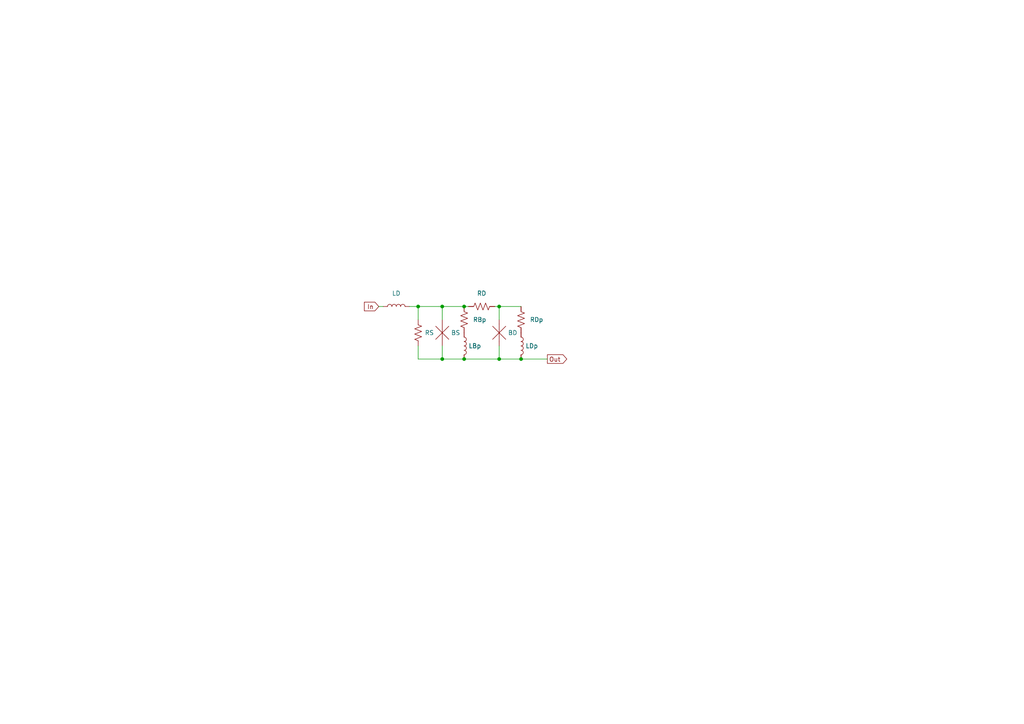
<source format=kicad_sch>
(kicad_sch (version 20211123) (generator eeschema)
  (paper "A4")
  (lib_symbols
    (symbol "Superconductors:Inductor" (pin_numbers hide) (pin_names (offset 1.016) hide)
      (property "Reference" "L" (at 0 2.032 0))
      (symbol "Inductor_0_1"
        (arc (start -1.27 0) (mid -1.905 0.635) (end -2.54 0))
        (arc (start 0 0) (mid -0.635 0.635) (end -1.27 0))
        (arc (start 1.27 0) (mid 0.635 0.635) (end 0 0))
        (arc (start 2.54 0) (mid 1.905 0.635) (end 1.27 0))
      )
      (symbol "Inductor_1_1"
        (pin passive line (at -3.81 0 0) (length 1.27) (name "1") (number "1"))
        (pin passive line (at 3.81 0 180) (length 1.27) (name "2") (number "2"))
      )
    )
    (symbol "Superconductors:Resistor" (pin_numbers hide) (pin_names (offset 0))
      (property "Reference" "R" (at 2.54 0 90))
      (symbol "Resistor_0_1"
        (polyline (pts (xy 0 -2.286) (xy 0 -2.54)))
        (polyline (pts (xy 0 2.286) (xy 0 2.54)))
        (polyline (pts (xy 0 -0.762) (xy 1.016 -1.143) (xy 0 -1.524) (xy -1.016 -1.905) (xy 0 -2.286)))
        (polyline (pts (xy 0 0.762) (xy 1.016 0.381) (xy 0 0) (xy -1.016 -0.381) (xy 0 -0.762)))
        (polyline (pts (xy 0 2.286) (xy 1.016 1.905) (xy 0 1.524) (xy -1.016 1.143) (xy 0 0.762)))
      )
      (symbol "Resistor_1_1"
        (pin passive line (at 0 3.81 270) (length 1.27) (name "~") (number "1"))
        (pin passive line (at 0 -3.81 90) (length 1.27) (name "~") (number "2"))
      )
    )
    (symbol "Superconductors:jjmit" (pin_numbers hide) (pin_names (offset 0))
      (property "Reference" "B" (at 3.175 0 90))
      (property "Value" "jjmit" (at -3.175 0 90))
      (symbol "jjmit_0_1"
        (polyline (pts (xy -1.905 -1.905) (xy 1.905 1.905)))
        (polyline (pts (xy -1.905 1.905) (xy 1.905 -1.905)))
        (polyline (pts (xy 0 -2.54) (xy 0 2.54)))
      )
      (symbol "jjmit_1_1"
        (pin passive line (at 0 3.81 270) (length 1.27) (name "~") (number "1"))
        (pin passive line (at 0 -3.81 90) (length 1.27) (name "~") (number "2"))
      )
    )
  )
  (junction (at 134.62 104.14))
  (junction (at 128.27 104.14))
  (junction (at 128.27 88.9))
  (junction (at 144.78 104.14))
  (junction (at 151.13 104.14))
  (junction (at 144.78 88.9))
  (junction (at 121.285 88.9))
  (junction (at 134.62 88.9))
  (wire (pts (xy 144.78 104.14) (xy 151.13 104.14)))
  (wire (pts (xy 109.855 88.9) (xy 111.125 88.9)))
  (wire (pts (xy 134.62 88.9) (xy 135.89 88.9)))
  (wire (pts (xy 128.27 88.9) (xy 128.27 92.71)))
  (wire (pts (xy 151.13 104.14) (xy 158.75 104.14)))
  (wire (pts (xy 144.78 88.9) (xy 144.78 92.71)))
  (wire (pts (xy 134.62 104.14) (xy 144.78 104.14)))
  (wire (pts (xy 128.27 104.14) (xy 134.62 104.14)))
  (wire (pts (xy 128.27 88.9) (xy 134.62 88.9)))
  (wire (pts (xy 144.78 88.9) (xy 151.13 88.9)))
  (wire (pts (xy 144.78 100.33) (xy 144.78 104.14)))
  (wire (pts (xy 121.285 104.14) (xy 128.27 104.14)))
  (wire (pts (xy 121.285 88.9) (xy 121.285 92.71)))
  (wire (pts (xy 121.285 100.33) (xy 121.285 104.14)))
  (wire (pts (xy 128.27 100.33) (xy 128.27 104.14)))
  (wire (pts (xy 118.745 88.9) (xy 121.285 88.9)))
  (wire (pts (xy 143.51 88.9) (xy 144.78 88.9)))
  (wire (pts (xy 121.285 88.9) (xy 128.27 88.9)))
  (global_label "Out" (shape output) (at 158.75 104.14 0) (property "Intersheet References" "${INTERSHEET_REFS}" (effects hide)))
  (global_label "In" (shape input) (at 109.855 88.9 180) (property "Intersheet References" "${INTERSHEET_REFS}" (effects hide)))
  (symbol (lib_id "Superconductors:Inductor") (at 114.935 88.9 0) (unit 1)
    (property "Reference" "LD" (at 114.935 85.09 0))
    (property "Value" "Inductor" (effects hide))
  )
  (symbol (lib_id "Superconductors:Resistor") (at 134.62 92.71 0) (unit 1)
    (property "Reference" "RBp" (at 137.16 92.7099 0) (effects (justify left)))
    (property "Value" "Resistor" (effects hide))
  )
  (symbol (lib_id "Superconductors:Resistor") (at 151.13 92.71 0) (unit 1)
    (property "Reference" "RDp" (at 153.67 92.7099 0) (effects (justify left)))
    (property "Value" "Resistor" (effects hide))
  )
  (symbol (lib_id "Superconductors:Resistor") (at 139.7 88.9 270) (unit 1)
    (property "Reference" "RD" (at 139.7 85.09 90))
    (property "Value" "Resistor" (effects hide))
  )
  (symbol (lib_id "Superconductors:jjmit") (at 144.78 96.52 180) (unit 1)
    (property "Reference" "BD" (at 147.32 96.5199 0) (effects (justify right)))
    (property "Value" "jjmit" (effects hide))
  )
  (symbol (lib_id "Superconductors:jjmit") (at 128.27 96.52 180) (unit 1)
    (property "Reference" "BS" (at 130.81 96.5199 0) (effects (justify right)))
    (property "Value" "jjmit" (effects hide))
  )
  (symbol (lib_id "Superconductors:Resistor") (at 121.285 96.52 0) (unit 1)
    (property "Reference" "RS" (at 123.19 96.5199 0) (effects (justify left)))
    (property "Value" "Resistor" (effects hide))
  )
  (symbol (lib_id "Superconductors:Inductor") (at 151.13 100.33 270) (unit 1)
    (property "Reference" "LDp" (at 152.4 100.3299 90) (effects (justify left)))
    (property "Value" "Inductor" (effects hide))
  )
  (symbol (lib_id "Superconductors:Inductor") (at 134.62 100.33 270) (unit 1)
    (property "Reference" "LBp" (at 135.89 100.3299 90) (effects (justify left)))
    (property "Value" "Inductor" (effects hide))
  )
)
</source>
